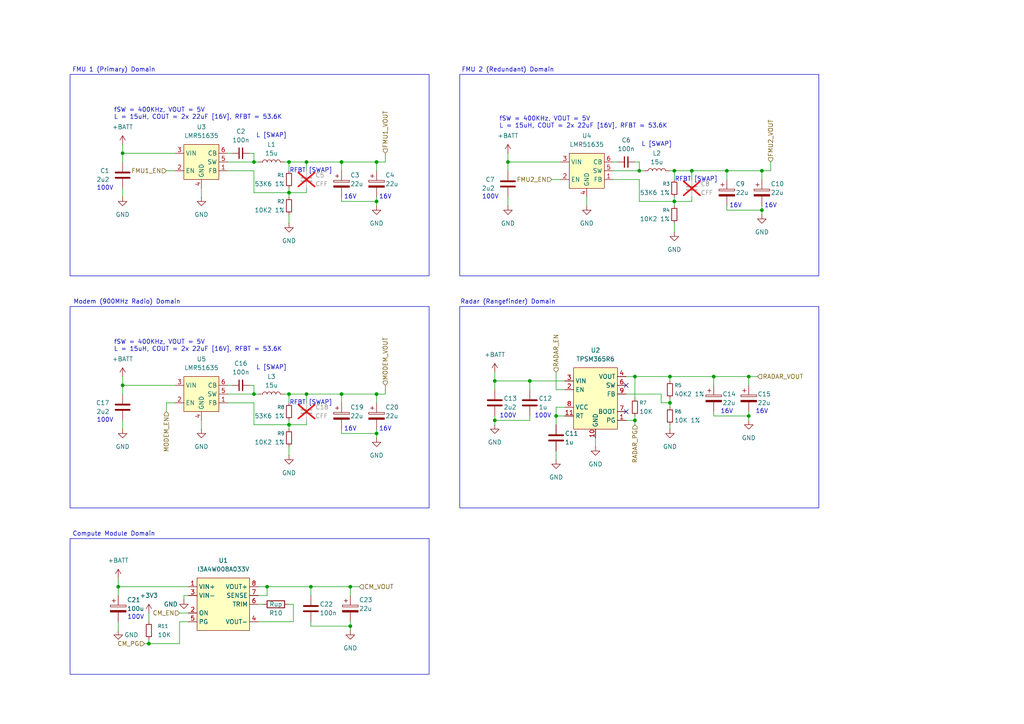
<source format=kicad_sch>
(kicad_sch (version 20250114) (generator "eeschema") (generator_version "9.0")
  (paper "A4")
  (lib_symbols
    (symbol "Device:C" (pin_numbers (hide yes)) (pin_names (offset 0.254))
      (property "Reference" "C" (at 0.635 2.54 0))
      (property "Value" "C" (at 0.635 -2.54 0))
      (symbol "C_0_1"
        (polyline (pts (xy -2.032 0.762) (xy 2.032 0.762)) (stroke (width 0.508)))
        (polyline (pts (xy -2.032 -0.762) (xy 2.032 -0.762)) (stroke (width 0.508)))
      )
      (symbol "C_1_1"
        (pin passive line (at 0 3.81 270) (length 2.794) (name "~") (number "1"))
        (pin passive line (at 0 -3.81 90) (length 2.794) (name "~") (number "2"))
      )
    )
    (symbol "Device:C_Polarized" (pin_numbers (hide yes)) (pin_names (offset 0.254))
      (property "Reference" "C" (at 0.635 2.54 0))
      (property "Value" "C_Polarized" (at 0.635 -2.54 0))
      (symbol "C_Polarized_0_1"
        (rectangle (start -2.286 0.508) (end 2.286 1.016))
        (polyline (pts (xy -1.778 2.286) (xy -0.762 2.286)))
        (polyline (pts (xy -1.27 2.794) (xy -1.27 1.778)))
        (rectangle (start 2.286 -0.508) (end -2.286 -1.016) (fill (type outline)))
      )
      (symbol "C_Polarized_1_1"
        (pin passive line (at 0 3.81 270) (length 2.794) (name "~") (number "1"))
        (pin passive line (at 0 -3.81 90) (length 2.794) (name "~") (number "2"))
      )
    )
    (symbol "Device:C_Small" (pin_numbers (hide yes)) (pin_names (offset 0.254) (hide yes))
      (property "Reference" "C" (at 0.254 1.778 0))
      (property "Value" "C_Small" (at 0.254 -2.032 0))
      (symbol "C_Small_0_1"
        (polyline (pts (xy -1.524 0.508) (xy 1.524 0.508)) (stroke (width 0.3048)))
        (polyline (pts (xy -1.524 -0.508) (xy 1.524 -0.508)) (stroke (width 0.3302)))
      )
      (symbol "C_Small_1_1"
        (pin passive line (at 0 2.54 270) (length 2.032) (name "~") (number "1"))
        (pin passive line (at 0 -2.54 90) (length 2.032) (name "~") (number "2"))
      )
    )
    (symbol "Device:L" (pin_numbers (hide yes)) (pin_names (offset 1.016) (hide yes))
      (property "Reference" "L" (at -1.27 0 90))
      (property "Value" "L" (at 1.905 0 90))
      (symbol "L_0_1"
        (arc (start 0 2.54) (mid 0.6323 1.905) (end 0 1.27))
        (arc (start 0 1.27) (mid 0.6323 0.635) (end 0 0))
        (arc (start 0 0) (mid 0.6323 -0.635) (end 0 -1.27))
        (arc (start 0 -1.27) (mid 0.6323 -1.905) (end 0 -2.54))
      )
      (symbol "L_1_1"
        (pin passive line (at 0 3.81 270) (length 1.27) (name "1") (number "1"))
        (pin passive line (at 0 -3.81 90) (length 1.27) (name "2") (number "2"))
      )
    )
    (symbol "Device:R" (pin_numbers (hide yes)) (pin_names (offset 0))
      (property "Reference" "R" (at 2.032 0 90))
      (property "Value" "R" (at 0 0 90))
      (symbol "R_0_1"
        (rectangle (start -1.016 -2.54) (end 1.016 2.54) (stroke (width 0.254)))
      )
      (symbol "R_1_1"
        (pin passive line (at 0 3.81 270) (length 1.27) (name "~") (number "1"))
        (pin passive line (at 0 -3.81 90) (length 1.27) (name "~") (number "2"))
      )
    )
    (symbol "Device:R_Small" (pin_numbers (hide yes)) (pin_names (offset 0.254) (hide yes))
      (property "Reference" "R" (at 0 0 90))
      (property "Value" "R_Small" (at 1.778 0 90))
      (symbol "R_Small_0_1"
        (rectangle (start -0.762 1.778) (end 0.762 -1.778) (stroke (width 0.2032)))
      )
      (symbol "R_Small_1_1"
        (pin passive line (at 0 2.54 270) (length 0.762) (name "~") (number "1"))
        (pin passive line (at 0 -2.54 90) (length 0.762) (name "~") (number "2"))
      )
    )
    (symbol "Regulator_Switching_Extra:I3A4W008A033V"
      (property "Reference" "U" (at 0 10.414 0))
      (property "Value" "I3A4W008A033V" (at 0 8.636 0))
      (symbol "I3A4W008A033V_1_1"
        (rectangle (start -7.62 7.62) (end 7.62 -7.62) (fill (type background)))
        (pin power_in line (at -10.16 5.08 0) (length 2.54) (name "VIN+") (number "1"))
        (pin power_in line (at -10.16 2.54 0) (length 2.54) (name "VIN-") (number "3"))
        (pin input line (at -10.16 -2.54 0) (length 2.54) (name "ON") (number "2"))
        (pin output line (at -10.16 -5.08 0) (length 2.54) (name "PG") (number "5"))
        (pin power_out line (at 10.16 5.08 180) (length 2.54) (name "VOUT+") (number "8"))
        (pin input line (at 10.16 2.54 180) (length 2.54) (name "SENSE") (number "7"))
        (pin input line (at 10.16 0 180) (length 2.54) (name "TRIM") (number "6"))
        (pin power_out line (at 10.16 -5.08 180) (length 2.54) (name "VOUT-") (number "4"))
      )
    )
    (symbol "Regulator_Switching_Extra:LMR51635"
      (property "Reference" "U" (at 0 7.874 0))
      (property "Value" "LMR51635" (at 0 6.096 0))
      (symbol "LMR51635_1_1"
        (rectangle (start -5.08 5.08) (end 5.08 -5.08) (fill (type background)))
        (pin power_in line (at -7.62 2.54 0) (length 2.54) (name "VIN") (number "3"))
        (pin input line (at -7.62 -2.54 0) (length 2.54) (name "EN") (number "2"))
        (pin power_in line (at 0 -7.62 90) (length 2.54) (name "GND") (number "4"))
        (pin input line (at 7.62 2.54 180) (length 2.54) (name "CB") (number "6"))
        (pin power_out line (at 7.62 0 180) (length 2.54) (name "SW") (number "5"))
        (pin input line (at 7.62 -2.54 180) (length 2.54) (name "FB") (number "1"))
      )
    )
    (symbol "Regulator_Switching_Extra:TPSM365R6"
      (property "Reference" "U" (at -12.7 10.922 0))
      (property "Value" "TPSM365R6" (at 0 0 0))
      (symbol "TPSM365R6_1_1"
        (rectangle (start -6.35 8.89) (end 6.35 -8.89) (fill (type background)))
        (pin power_in line (at -8.89 5.08 0) (length 2.54) (name "VIN") (number "3"))
        (pin input line (at -8.89 2.54 0) (length 2.54) (name "EN") (number "2"))
        (pin power_in line (at -8.89 -2.54 0) (length 2.54) (name "VCC") (number "8"))
        (pin input line (at -8.89 -5.08 0) (length 2.54) (name "RT") (number "11"))
        (pin power_in line (at 0 -11.43 90) (length 2.54) (name "GND") (number "10"))
        (pin power_out line (at 8.89 6.35 180) (length 2.54) (name "VOUT") (number "4"))
        (pin passive line (at 8.89 3.81 180) (length 2.54) (hide yes) (name "SW") (number "5"))
        (pin passive line (at 8.89 3.81 180) (length 2.54) (name "SW") (number "6"))
        (pin input line (at 8.89 1.27 180) (length 2.54) (name "FB") (number "9"))
        (pin passive line (at 8.89 -3.81 180) (length 2.54) (name "BOOT") (number "7"))
        (pin output line (at 8.89 -6.35 180) (length 2.54) (name "PG") (number "1"))
      )
    )
    (symbol "power:+3V3" (power) (pin_numbers (hide yes)) (pin_names (offset 0) (hide yes))
      (property "Value" "+3V3" (at 0 3.556 0))
      (symbol "+3V3_0_1"
        (polyline (pts (xy -0.762 1.27) (xy 0 2.54)))
        (polyline (pts (xy 0 2.54) (xy 0.762 1.27)))
        (polyline (pts (xy 0 0) (xy 0 2.54)))
      )
      (symbol "+3V3_1_1"
        (pin power_in line (at 0 0 90) (length 0) (name "~") (number "1"))
      )
    )
    (symbol "power:+BATT" (power) (pin_numbers (hide yes)) (pin_names (offset 0) (hide yes))
      (property "Value" "+BATT" (at 0 3.556 0))
      (symbol "+BATT_0_1"
        (polyline (pts (xy -0.762 1.27) (xy 0 2.54)))
        (polyline (pts (xy 0 2.54) (xy 0.762 1.27)))
        (polyline (pts (xy 0 0) (xy 0 2.54)))
      )
      (symbol "+BATT_1_1"
        (pin power_in line (at 0 0 90) (length 0) (name "~") (number "1"))
      )
    )
    (symbol "power:GND" (power) (pin_numbers (hide yes)) (pin_names (offset 0) (hide yes))
      (property "Value" "GND" (at 0 -3.81 0))
      (symbol "GND_0_1"
        (polyline (pts (xy 0 0) (xy 0 -1.27) (xy 1.27 -1.27) (xy 0 -2.54) (xy -1.27 -1.27) (xy 0 -1.27)))
      )
      (symbol "GND_1_1"
        (pin power_in line (at 0 0 270) (length 0) (name "~") (number "1"))
      )
    )
  )
  (rectangle (start 20.32 21.59) (end 124.46 80.01))
  (rectangle (start 20.32 156.21) (end 124.46 195.58))
  (rectangle (start 20.32 88.9) (end 124.46 147.32))
  (rectangle (start 133.35 21.59) (end 237.49 80.01))
  (rectangle (start 133.35 88.9) (end 237.49 147.32))
  (text "16V" (at 101.6 57.15 0) (effects (font (size 1.27 1.27))))
  (text "100V" (at 157.48 120.65 0) (effects (font (size 1.27 1.27))))
  (text "FMU 1 (Primary) Domain" (at 33.02 20.32 0) (effects (font (size 1.27 1.27))))
  (text "16V" (at 220.98 119.38 0) (effects (font (size 1.27 1.27))))
  (text "100V" (at 142.24 57.15 0) (effects (font (size 1.27 1.27))))
  (text "100V" (at 147.32 120.65 0) (effects (font (size 1.27 1.27))))
  (text "L [SWAP]" (at 78.74 39.37 0) (effects (font (size 1.27 1.27))))
  (text "RFBT [SWAP]" (at 90.17 49.53 0) (effects (font (size 1.27 1.27))))
  (text "fSW = 400KHz, VOUT = 5V\nL = 15uH, COUT = 2x 22uF [16V], RFBT = 53.6K" (at 33.02 33.02 0) (effects (font (size 1.27 1.27)) (justify left)))
  (text "fSW = 400KHz, VOUT = 5V\nL = 15uH, COUT = 2x 22uF [16V], RFBT = 53.6K" (at 33.02 100.33 0) (effects (font (size 1.27 1.27)) (justify left)))
  (text "100V" (at 30.48 121.92 0) (effects (font (size 1.27 1.27))))
  (text "fSW = 400KHz, VOUT = 5V\nL = 15uH, COUT = 2x 22uF [16V], RFBT = 53.6K" (at 144.78 35.56 0) (effects (font (size 1.27 1.27)) (justify left)))
  (text "L [SWAP]" (at 78.74 106.68 0) (effects (font (size 1.27 1.27))))
  (text "Modem (900MHz Radio) Domain\n" (at 36.83 87.63 0) (effects (font (size 1.27 1.27))))
  (text "16V" (at 101.6 124.46 0) (effects (font (size 1.27 1.27))))
  (text "L [SWAP]" (at 190.5 41.91 0) (effects (font (size 1.27 1.27))))
  (text "16V" (at 111.76 124.46 0) (effects (font (size 1.27 1.27))))
  (text "RFBT [SWAP]" (at 90.17 116.84 0) (effects (font (size 1.27 1.27))))
  (text "FMU 2 (Redundant) Domain" (at 147.32 20.32 0) (effects (font (size 1.27 1.27))))
  (text "Radar (Rangefinder) Domain" (at 147.32 87.63 0) (effects (font (size 1.27 1.27))))
  (text "RFBT [SWAP]" (at 201.93 52.07 0) (effects (font (size 1.27 1.27))))
  (text "16V" (at 111.76 57.15 0) (effects (font (size 1.27 1.27))))
  (text "16V" (at 210.82 119.38 0) (effects (font (size 1.27 1.27))))
  (text "100V" (at 39.37 179.07 0) (effects (font (size 1.27 1.27))))
  (text "16V" (at 223.52 59.69 0) (effects (font (size 1.27 1.27))))
  (text "100V" (at 30.48 54.61 0) (effects (font (size 1.27 1.27))))
  (text "Compute Module Domain" (at 33.02 154.94 0) (effects (font (size 1.27 1.27))))
  (text "16V" (at 213.36 59.69 0) (effects (font (size 1.27 1.27))))
  (junction (at 90.17 170.18))
  (junction (at 220.98 60.96))
  (junction (at 83.82 114.3))
  (junction (at 109.22 58.42))
  (junction (at 143.51 121.92))
  (junction (at 185.42 49.53))
  (junction (at 99.06 114.3))
  (junction (at 109.22 125.73))
  (junction (at 43.18 186.69))
  (junction (at 101.6 181.61))
  (junction (at 83.82 46.99))
  (junction (at 109.22 114.3))
  (junction (at 88.9 114.3))
  (junction (at 34.29 170.18))
  (junction (at 207.01 109.22))
  (junction (at 88.9 46.99))
  (junction (at 194.31 109.22))
  (junction (at 210.82 49.53))
  (junction (at 184.15 121.92))
  (junction (at 194.31 116.84))
  (junction (at 195.58 49.53))
  (junction (at 35.56 111.76))
  (junction (at 73.66 114.3))
  (junction (at 109.22 46.99))
  (junction (at 195.58 58.42))
  (junction (at 73.66 46.99))
  (junction (at 200.66 49.53))
  (junction (at 217.17 120.65))
  (junction (at 220.98 49.53))
  (junction (at 143.51 110.49))
  (junction (at 77.47 170.18))
  (junction (at 35.56 44.45))
  (junction (at 153.67 110.49))
  (junction (at 83.82 123.19))
  (junction (at 161.29 120.65))
  (junction (at 99.06 46.99))
  (junction (at 147.32 46.99))
  (junction (at 101.6 170.18))
  (junction (at 184.15 109.22))
  (junction (at 83.82 55.88))
  (junction (at 217.17 109.22))
  (no_connect (at 181.61 111.76))
  (no_connect (at 181.61 119.38))
  (wire (pts (xy 200.66 58.42) (xy 195.58 58.42)))
  (wire (pts (xy 73.66 114.3) (xy 74.93 114.3)))
  (wire (pts (xy 185.42 58.42) (xy 185.42 52.07)))
  (wire (pts (xy 99.06 125.73) (xy 109.22 125.73)))
  (wire (pts (xy 163.83 118.11) (xy 161.29 118.11)))
  (wire (pts (xy 195.58 58.42) (xy 185.42 58.42)))
  (wire (pts (xy 184.15 109.22) (xy 194.31 109.22)))
  (wire (pts (xy 43.18 177.8) (xy 43.18 180.34)))
  (wire (pts (xy 161.29 113.03) (xy 163.83 113.03)))
  (wire (pts (xy 153.67 121.92) (xy 153.67 120.65)))
  (wire (pts (xy 223.52 49.53) (xy 220.98 49.53)))
  (wire (pts (xy 73.66 116.84) (xy 66.04 116.84)))
  (wire (pts (xy 195.58 49.53) (xy 200.66 49.53)))
  (wire (pts (xy 223.52 46.99) (xy 223.52 49.53)))
  (wire (pts (xy 101.6 170.18) (xy 90.17 170.18)))
  (wire (pts (xy 184.15 46.99) (xy 185.42 46.99)))
  (wire (pts (xy 72.39 44.45) (xy 73.66 44.45)))
  (wire (pts (xy 217.17 109.22) (xy 219.71 109.22)))
  (wire (pts (xy 200.66 49.53) (xy 210.82 49.53)))
  (wire (pts (xy 90.17 170.18) (xy 77.47 170.18)))
  (wire (pts (xy 83.82 62.23) (xy 83.82 64.77)))
  (wire (pts (xy 147.32 46.99) (xy 147.32 49.53)))
  (wire (pts (xy 143.51 121.92) (xy 153.67 121.92)))
  (wire (pts (xy 88.9 46.99) (xy 99.06 46.99)))
  (wire (pts (xy 73.66 111.76) (xy 73.66 114.3)))
  (wire (pts (xy 185.42 49.53) (xy 186.69 49.53)))
  (wire (pts (xy 181.61 114.3) (xy 191.77 114.3)))
  (wire (pts (xy 52.07 186.69) (xy 43.18 186.69)))
  (wire (pts (xy 194.31 49.53) (xy 195.58 49.53)))
  (wire (pts (xy 35.56 54.61) (xy 35.56 57.15)))
  (wire (pts (xy 220.98 60.96) (xy 220.98 59.69)))
  (wire (pts (xy 143.51 121.92) (xy 143.51 123.19)))
  (wire (pts (xy 161.29 118.11) (xy 161.29 120.65)))
  (wire (pts (xy 111.76 111.76) (xy 111.76 114.3)))
  (wire (pts (xy 101.6 170.18) (xy 101.6 172.72)))
  (wire (pts (xy 77.47 172.72) (xy 77.47 170.18)))
  (wire (pts (xy 143.51 107.95) (xy 143.51 110.49)))
  (wire (pts (xy 35.56 41.91) (xy 35.56 44.45)))
  (wire (pts (xy 83.82 175.26) (xy 85.09 175.26)))
  (wire (pts (xy 82.55 46.99) (xy 83.82 46.99)))
  (wire (pts (xy 34.29 170.18) (xy 34.29 172.72)))
  (wire (pts (xy 34.29 180.34) (xy 34.29 182.88)))
  (wire (pts (xy 77.47 170.18) (xy 74.93 170.18)))
  (wire (pts (xy 83.82 46.99) (xy 88.9 46.99)))
  (wire (pts (xy 88.9 123.19) (xy 83.82 123.19)))
  (wire (pts (xy 195.58 57.15) (xy 195.58 58.42)))
  (wire (pts (xy 207.01 120.65) (xy 207.01 119.38)))
  (wire (pts (xy 163.83 120.65) (xy 161.29 120.65)))
  (wire (pts (xy 191.77 116.84) (xy 194.31 116.84)))
  (wire (pts (xy 109.22 58.42) (xy 109.22 57.15)))
  (wire (pts (xy 147.32 44.45) (xy 147.32 46.99)))
  (wire (pts (xy 160.02 52.07) (xy 162.56 52.07)))
  (wire (pts (xy 111.76 44.45) (xy 111.76 46.99)))
  (wire (pts (xy 85.09 175.26) (xy 85.09 180.34)))
  (wire (pts (xy 210.82 59.69) (xy 210.82 60.96)))
  (wire (pts (xy 48.26 49.53) (xy 50.8 49.53)))
  (wire (pts (xy 53.34 172.72) (xy 53.34 173.99)))
  (wire (pts (xy 99.06 58.42) (xy 109.22 58.42)))
  (wire (pts (xy 217.17 109.22) (xy 217.17 111.76)))
  (wire (pts (xy 67.31 44.45) (xy 66.04 44.45)))
  (wire (pts (xy 73.66 46.99) (xy 66.04 46.99)))
  (wire (pts (xy 153.67 110.49) (xy 163.83 110.49)))
  (wire (pts (xy 73.66 123.19) (xy 73.66 116.84)))
  (wire (pts (xy 184.15 120.65) (xy 184.15 121.92)))
  (wire (pts (xy 74.93 180.34) (xy 85.09 180.34)))
  (wire (pts (xy 184.15 109.22) (xy 184.15 115.57)))
  (wire (pts (xy 90.17 181.61) (xy 90.17 180.34)))
  (wire (pts (xy 74.93 175.26) (xy 76.2 175.26)))
  (wire (pts (xy 35.56 109.22) (xy 35.56 111.76)))
  (wire (pts (xy 109.22 46.99) (xy 109.22 49.53)))
  (wire (pts (xy 99.06 124.46) (xy 99.06 125.73)))
  (wire (pts (xy 194.31 116.84) (xy 194.31 118.11)))
  (wire (pts (xy 210.82 49.53) (xy 220.98 49.53)))
  (wire (pts (xy 72.39 111.76) (xy 73.66 111.76)))
  (wire (pts (xy 101.6 181.61) (xy 101.6 182.88)))
  (wire (pts (xy 109.22 125.73) (xy 109.22 127)))
  (wire (pts (xy 41.91 186.69) (xy 43.18 186.69)))
  (wire (pts (xy 73.66 55.88) (xy 73.66 49.53)))
  (wire (pts (xy 210.82 60.96) (xy 220.98 60.96)))
  (wire (pts (xy 83.82 123.19) (xy 83.82 124.46)))
  (wire (pts (xy 217.17 119.38) (xy 217.17 120.65)))
  (wire (pts (xy 161.29 130.81) (xy 161.29 133.35)))
  (wire (pts (xy 88.9 114.3) (xy 88.9 116.84)))
  (wire (pts (xy 67.31 111.76) (xy 66.04 111.76)))
  (wire (pts (xy 88.9 54.61) (xy 88.9 55.88)))
  (wire (pts (xy 147.32 46.99) (xy 162.56 46.99)))
  (wire (pts (xy 48.26 116.84) (xy 48.26 119.38)))
  (wire (pts (xy 99.06 114.3) (xy 99.06 116.84)))
  (wire (pts (xy 172.72 127) (xy 172.72 129.54)))
  (wire (pts (xy 88.9 114.3) (xy 99.06 114.3)))
  (wire (pts (xy 83.82 129.54) (xy 83.82 132.08)))
  (wire (pts (xy 83.82 114.3) (xy 83.82 116.84)))
  (wire (pts (xy 194.31 115.57) (xy 194.31 116.84)))
  (wire (pts (xy 147.32 57.15) (xy 147.32 59.69)))
  (wire (pts (xy 83.82 46.99) (xy 83.82 49.53)))
  (wire (pts (xy 191.77 114.3) (xy 191.77 116.84)))
  (wire (pts (xy 35.56 121.92) (xy 35.56 124.46)))
  (wire (pts (xy 195.58 64.77) (xy 195.58 67.31)))
  (wire (pts (xy 88.9 55.88) (xy 83.82 55.88)))
  (wire (pts (xy 220.98 49.53) (xy 220.98 52.07)))
  (wire (pts (xy 109.22 125.73) (xy 109.22 124.46)))
  (wire (pts (xy 143.51 110.49) (xy 153.67 110.49)))
  (wire (pts (xy 74.93 172.72) (xy 77.47 172.72)))
  (wire (pts (xy 35.56 111.76) (xy 50.8 111.76)))
  (wire (pts (xy 220.98 60.96) (xy 220.98 62.23)))
  (wire (pts (xy 161.29 120.65) (xy 161.29 123.19)))
  (wire (pts (xy 83.82 114.3) (xy 88.9 114.3)))
  (wire (pts (xy 34.29 170.18) (xy 54.61 170.18)))
  (wire (pts (xy 83.82 123.19) (xy 73.66 123.19)))
  (wire (pts (xy 82.55 114.3) (xy 83.82 114.3)))
  (wire (pts (xy 54.61 172.72) (xy 53.34 172.72)))
  (wire (pts (xy 104.14 170.18) (xy 101.6 170.18)))
  (wire (pts (xy 43.18 186.69) (xy 43.18 185.42)))
  (wire (pts (xy 101.6 181.61) (xy 90.17 181.61)))
  (wire (pts (xy 161.29 107.95) (xy 161.29 113.03)))
  (wire (pts (xy 181.61 109.22) (xy 184.15 109.22)))
  (wire (pts (xy 194.31 109.22) (xy 194.31 110.49)))
  (wire (pts (xy 35.56 44.45) (xy 50.8 44.45)))
  (wire (pts (xy 88.9 46.99) (xy 88.9 49.53)))
  (wire (pts (xy 52.07 177.8) (xy 54.61 177.8)))
  (wire (pts (xy 184.15 121.92) (xy 181.61 121.92)))
  (wire (pts (xy 210.82 49.53) (xy 210.82 52.07)))
  (wire (pts (xy 179.07 46.99) (xy 177.8 46.99)))
  (wire (pts (xy 143.51 120.65) (xy 143.51 121.92)))
  (wire (pts (xy 90.17 170.18) (xy 90.17 172.72)))
  (wire (pts (xy 58.42 54.61) (xy 58.42 57.15)))
  (wire (pts (xy 35.56 44.45) (xy 35.56 46.99)))
  (wire (pts (xy 185.42 49.53) (xy 177.8 49.53)))
  (wire (pts (xy 83.82 54.61) (xy 83.82 55.88)))
  (wire (pts (xy 207.01 109.22) (xy 207.01 111.76)))
  (wire (pts (xy 109.22 58.42) (xy 109.22 59.69)))
  (wire (pts (xy 111.76 114.3) (xy 109.22 114.3)))
  (wire (pts (xy 73.66 49.53) (xy 66.04 49.53)))
  (wire (pts (xy 99.06 114.3) (xy 109.22 114.3)))
  (wire (pts (xy 83.82 55.88) (xy 83.82 57.15)))
  (wire (pts (xy 153.67 110.49) (xy 153.67 113.03)))
  (wire (pts (xy 195.58 49.53) (xy 195.58 52.07)))
  (wire (pts (xy 34.29 167.64) (xy 34.29 170.18)))
  (wire (pts (xy 83.82 55.88) (xy 73.66 55.88)))
  (wire (pts (xy 52.07 180.34) (xy 52.07 186.69)))
  (wire (pts (xy 99.06 46.99) (xy 109.22 46.99)))
  (wire (pts (xy 185.42 46.99) (xy 185.42 49.53)))
  (wire (pts (xy 99.06 46.99) (xy 99.06 49.53)))
  (wire (pts (xy 200.66 57.15) (xy 200.66 58.42)))
  (wire (pts (xy 194.31 109.22) (xy 207.01 109.22)))
  (wire (pts (xy 73.66 46.99) (xy 74.93 46.99)))
  (wire (pts (xy 88.9 121.92) (xy 88.9 123.19)))
  (wire (pts (xy 194.31 123.19) (xy 194.31 124.46)))
  (wire (pts (xy 73.66 114.3) (xy 66.04 114.3)))
  (wire (pts (xy 195.58 58.42) (xy 195.58 59.69)))
  (wire (pts (xy 170.18 57.15) (xy 170.18 59.69)))
  (wire (pts (xy 217.17 120.65) (xy 207.01 120.65)))
  (wire (pts (xy 35.56 111.76) (xy 35.56 114.3)))
  (wire (pts (xy 207.01 109.22) (xy 217.17 109.22)))
  (wire (pts (xy 143.51 113.03) (xy 143.51 110.49)))
  (wire (pts (xy 111.76 46.99) (xy 109.22 46.99)))
  (wire (pts (xy 73.66 44.45) (xy 73.66 46.99)))
  (wire (pts (xy 101.6 180.34) (xy 101.6 181.61)))
  (wire (pts (xy 54.61 180.34) (xy 52.07 180.34)))
  (wire (pts (xy 109.22 114.3) (xy 109.22 116.84)))
  (wire (pts (xy 99.06 57.15) (xy 99.06 58.42)))
  (wire (pts (xy 184.15 121.92) (xy 184.15 123.19)))
  (wire (pts (xy 48.26 116.84) (xy 50.8 116.84)))
  (wire (pts (xy 58.42 121.92) (xy 58.42 124.46)))
  (wire (pts (xy 83.82 121.92) (xy 83.82 123.19)))
  (wire (pts (xy 200.66 49.53) (xy 200.66 52.07)))
  (wire (pts (xy 217.17 120.65) (xy 217.17 121.92)))
  (wire (pts (xy 185.42 52.07) (xy 177.8 52.07)))
  (hierarchical_label "FMU2_EN" (shape input) (at 160.02 52.07 180))
  (hierarchical_label "FMU1_VOUT" (shape input) (at 111.76 44.45 90))
  (hierarchical_label "RADAR_EN" (shape input) (at 161.29 107.95 90))
  (hierarchical_label "CM_PG" (shape input) (at 41.91 186.69 180))
  (hierarchical_label "MODEM_EN" (shape input) (at 48.26 119.38 270))
  (hierarchical_label "CM_VOUT" (shape input) (at 104.14 170.18 0))
  (hierarchical_label "RADAR_PG" (shape input) (at 184.15 123.19 270))
  (hierarchical_label "FMU2_VOUT" (shape input) (at 223.52 46.99 90))
  (hierarchical_label "CM_EN" (shape input) (at 52.07 177.8 180))
  (hierarchical_label "RADAR_VOUT" (shape input) (at 219.71 109.22 0))
  (hierarchical_label "FMU1_EN" (shape input) (at 48.26 49.53 180))
  (hierarchical_label "MODEM_VOUT" (shape input) (at 111.76 111.76 90))
  (symbol (lib_id "power:GND") (at 83.82 132.08 0) (unit 1)
    (property "Reference" "#PWR021" (effects (hide yes)))
    (property "Value" "GND" (at 83.82 137.16 0))
    (property "Description" "Power symbol creates a global label with name \"GND\" , ground" (effects (hide yes)))
  )
  (symbol (lib_id "power:+BATT") (at 34.29 167.64 0) (unit 1)
    (property "Reference" "#PWR024" (effects (hide yes)))
    (property "Value" "+BATT" (at 34.29 162.56 0))
    (property "Description" "Power symbol creates a global label with name \"+BATT\"" (effects (hide yes)))
  )
  (symbol (lib_id "power:GND") (at 217.17 121.92 0) (unit 1)
    (property "Reference" "#PWR016" (effects (hide yes)))
    (property "Value" "GND" (at 217.17 127 0))
    (property "Description" "Power symbol creates a global label with name \"GND\" , ground" (effects (hide yes)))
  )
  (symbol (lib_id "power:GND") (at 35.56 57.15 0) (unit 1)
    (property "Reference" "#PWR02" (effects (hide yes)))
    (property "Value" "GND" (at 35.56 62.23 0))
    (property "Description" "Power symbol creates a global label with name \"GND\" , ground" (effects (hide yes)))
  )
  (symbol (lib_id "Device:C") (at 147.32 53.34 0) (unit 1)
    (property "Reference" "C7" (at 143.51 52.0699 0) (effects (justify right)))
    (property "Value" "2u2" (at 143.51 54.6099 0) (effects (justify right)))
    (property "Description" "Unpolarized capacitor" (effects (hide yes)))
  )
  (symbol (lib_id "Device:C_Polarized") (at 99.06 53.34 0) (unit 1)
    (property "Reference" "C3" (at 101.6 50.8 0) (effects (justify left)))
    (property "Value" "22u" (at 101.6 53.34 0) (effects (justify left)))
    (property "Description" "Polarized capacitor" (effects (hide yes)))
  )
  (symbol (lib_id "power:GND") (at 195.58 67.31 0) (unit 1)
    (property "Reference" "#PWR010" (effects (hide yes)))
    (property "Value" "GND" (at 195.58 72.39 0))
    (property "Description" "Power symbol creates a global label with name \"GND\" , ground" (effects (hide yes)))
  )
  (symbol (lib_id "power:GND") (at 194.31 124.46 0) (unit 1)
    (property "Reference" "#PWR015" (effects (hide yes)))
    (property "Value" "GND" (at 194.31 129.54 0))
    (property "Description" "Power symbol creates a global label with name \"GND\" , ground" (effects (hide yes)))
  )
  (symbol (lib_id "power:GND") (at 83.82 64.77 0) (unit 1)
    (property "Reference" "#PWR04" (effects (hide yes)))
    (property "Value" "GND" (at 83.82 69.85 0))
    (property "Description" "Power symbol creates a global label with name \"GND\" , ground" (effects (hide yes)))
  )
  (symbol (lib_id "Device:C") (at 35.56 50.8 0) (unit 1)
    (property "Reference" "C1" (at 31.75 49.5299 0) (effects (justify right)))
    (property "Value" "2u2" (at 31.75 52.0699 0) (effects (justify right)))
    (property "Description" "Unpolarized capacitor" (effects (hide yes)))
  )
  (symbol (lib_id "Device:C_Small") (at 69.85 111.76 90) (unit 1)
    (property "Reference" "C16" (at 69.8563 105.41 90))
    (property "Value" "100n" (at 69.8563 107.95 90))
    (property "Description" "Unpolarized capacitor, small symbol" (effects (hide yes)))
  )
  (symbol (lib_id "Device:R_Small") (at 195.58 62.23 0) (mirror y) (unit 1)
    (property "Reference" "R4" (at 194.31 60.96 0) (effects (font (size 1.016 1.016)) (justify left)))
    (property "Value" "10K2 1%" (at 194.31 63.5 0) (effects (justify left)))
    (property "Description" "Resistor, small symbol" (effects (hide yes)))
  )
  (symbol (lib_id "power:GND") (at 220.98 62.23 0) (unit 1)
    (property "Reference" "#PWR09" (effects (hide yes)))
    (property "Value" "GND" (at 220.98 67.31 0))
    (property "Description" "Power symbol creates a global label with name \"GND\" , ground" (effects (hide yes)))
  )
  (symbol (lib_id "Device:C_Polarized") (at 220.98 55.88 0) (unit 1)
    (property "Reference" "C10" (at 223.52 53.34 0) (effects (justify left)))
    (property "Value" "22u" (at 223.52 55.88 0) (effects (justify left)))
    (property "Description" "Polarized capacitor" (effects (hide yes)))
  )
  (symbol (lib_id "Regulator_Switching_Extra:LMR51635") (at 170.18 49.53 0) (unit 1)
    (property "Reference" "U4" (at 170.18 39.37 0))
    (property "Value" "LMR51635" (at 170.18 41.91 0))
    (property "Footprint" "Package_TO_SOT_SMD:SOT-23-6" (effects (hide yes)))
    (property "Datasheet" "https://www.ti.com/lit/ds/symlink/lmr51635.pdf" (effects (hide yes)))
    (property "Description" "SIMPLE SWITCHER® synchronous buck converter with 4.3V-to-60V, 3.5A and low quiescent current" (effects (hide yes)))
  )
  (symbol (lib_id "Device:R_Small") (at 83.82 52.07 0) (mirror y) (unit 1)
    (property "Reference" "R1" (at 82.55 50.8 0) (effects (font (size 1.016 1.016)) (justify left)))
    (property "Value" "53K6 1%" (at 82.55 53.34 0) (effects (justify left)))
    (property "Description" "Resistor, small symbol" (effects (hide yes)))
  )
  (symbol (lib_id "Device:C_Small") (at 200.66 54.61 0) (unit 1) (in_bom no) (dnp yes)
    (property "Reference" "C8" (at 203.2 53.3462 0) (effects (justify left)))
    (property "Value" "CFF" (at 203.2 55.8862 0) (effects (justify left)))
    (property "Description" "Unpolarized capacitor, small symbol" (effects (hide yes)))
  )
  (symbol (lib_id "Device:C_Polarized") (at 101.6 176.53 0) (unit 1)
    (property "Reference" "C23" (at 104.14 173.99 0) (effects (justify left)))
    (property "Value" "22u" (at 104.14 176.53 0) (effects (justify left)))
    (property "Description" "Polarized capacitor" (effects (hide yes)))
  )
  (symbol (lib_id "Device:C_Polarized") (at 109.22 53.34 0) (unit 1)
    (property "Reference" "C4" (at 111.76 50.8 0) (effects (justify left)))
    (property "Value" "22u" (at 111.76 53.34 0) (effects (justify left)))
    (property "Description" "Polarized capacitor" (effects (hide yes)))
  )
  (symbol (lib_id "Device:R_Small") (at 83.82 59.69 0) (mirror y) (unit 1)
    (property "Reference" "R2" (at 82.55 58.42 0) (effects (font (size 1.016 1.016)) (justify left)))
    (property "Value" "10K2 1%" (at 82.55 60.96 0) (effects (justify left)))
    (property "Description" "Resistor, small symbol" (effects (hide yes)))
  )
  (symbol (lib_id "Device:C_Polarized") (at 99.06 120.65 0) (unit 1)
    (property "Reference" "C19" (at 101.6 118.11 0) (effects (justify left)))
    (property "Value" "22u" (at 101.6 120.65 0) (effects (justify left)))
    (property "Description" "Polarized capacitor" (effects (hide yes)))
  )
  (symbol (lib_id "power:GND") (at 143.51 123.19 0) (unit 1)
    (property "Reference" "#PWR013" (effects (hide yes)))
    (property "Value" "GND" (at 143.51 128.27 0))
    (property "Description" "Power symbol creates a global label with name \"GND\" , ground" (effects (hide yes)))
  )
  (symbol (lib_id "power:GND") (at 35.56 124.46 0) (unit 1)
    (property "Reference" "#PWR018" (effects (hide yes)))
    (property "Value" "GND" (at 35.56 129.54 0))
    (property "Description" "Power symbol creates a global label with name \"GND\" , ground" (effects (hide yes)))
  )
  (symbol (lib_id "Device:L") (at 78.74 114.3 90) (unit 1)
    (property "Reference" "L3" (at 78.74 109.22 90))
    (property "Value" "15u" (at 78.74 111.76 90))
    (property "Description" "Inductor" (effects (hide yes)))
  )
  (symbol (lib_id "power:GND") (at 172.72 129.54 0) (unit 1)
    (property "Reference" "#PWR011" (effects (hide yes)))
    (property "Value" "GND" (at 172.72 134.62 0))
    (property "Description" "Power symbol creates a global label with name \"GND\" , ground" (effects (hide yes)))
  )
  (symbol (lib_id "Device:R_Small") (at 184.15 118.11 0) (unit 1)
    (property "Reference" "R7" (at 185.42 116.84 0) (effects (font (size 1.016 1.016)) (justify left)))
    (property "Value" "10K" (at 185.42 119.38 0) (effects (justify left)))
    (property "Description" "Resistor, small symbol" (effects (hide yes)))
  )
  (symbol (lib_id "power:+3V3") (at 43.18 177.8 0) (unit 1)
    (property "Reference" "#PWR026" (effects (hide yes)))
    (property "Value" "+3V3" (at 43.18 172.72 0))
    (property "Description" "Power symbol creates a global label with name \"+3V3\"" (effects (hide yes)))
  )
  (symbol (lib_id "Device:C_Polarized") (at 207.01 115.57 0) (unit 1)
    (property "Reference" "C14" (at 209.55 114.3 0) (effects (justify left)))
    (property "Value" "22u" (at 209.55 116.84 0) (effects (justify left)))
    (property "Description" "Polarized capacitor" (effects (hide yes)))
  )
  (symbol (lib_id "power:+BATT") (at 147.32 44.45 0) (unit 1)
    (property "Reference" "#PWR06" (effects (hide yes)))
    (property "Value" "+BATT" (at 147.32 39.37 0))
    (property "Description" "Power symbol creates a global label with name \"+BATT\"" (effects (hide yes)))
  )
  (symbol (lib_id "power:GND") (at 147.32 59.69 0) (unit 1)
    (property "Reference" "#PWR07" (effects (hide yes)))
    (property "Value" "GND" (at 147.32 64.77 0))
    (property "Description" "Power symbol creates a global label with name \"GND\" , ground" (effects (hide yes)))
  )
  (symbol (lib_id "Device:L") (at 190.5 49.53 90) (unit 1)
    (property "Reference" "L2" (at 190.5 44.45 90))
    (property "Value" "15u" (at 190.5 46.99 90))
    (property "Description" "Inductor" (effects (hide yes)))
  )
  (symbol (lib_id "power:GND") (at 161.29 133.35 0) (unit 1)
    (property "Reference" "#PWR012" (effects (hide yes)))
    (property "Value" "GND" (at 161.29 138.43 0))
    (property "Description" "Power symbol creates a global label with name \"GND\" , ground" (effects (hide yes)))
  )
  (symbol (lib_id "Device:R_Small") (at 83.82 127 0) (mirror y) (unit 1)
    (property "Reference" "R9" (at 82.55 125.73 0) (effects (font (size 1.016 1.016)) (justify left)))
    (property "Value" "10K2 1%" (at 82.55 128.27 0) (effects (justify left)))
    (property "Description" "Resistor, small symbol" (effects (hide yes)))
  )
  (symbol (lib_id "Device:C_Small") (at 88.9 119.38 0) (unit 1) (in_bom no) (dnp yes)
    (property "Reference" "C18" (at 91.44 118.1162 0) (effects (justify left)))
    (property "Value" "CFF" (at 91.44 120.6562 0) (effects (justify left)))
    (property "Description" "Unpolarized capacitor, small symbol" (effects (hide yes)))
  )
  (symbol (lib_id "power:GND") (at 34.29 182.88 0) (unit 1)
    (property "Reference" "#PWR022" (effects (hide yes)))
    (property "Value" "GND" (at 38.1 184.15 0))
    (property "Description" "Power symbol creates a global label with name \"GND\" , ground" (effects (hide yes)))
  )
  (symbol (lib_id "Device:C") (at 35.56 118.11 0) (unit 1)
    (property "Reference" "C17" (at 31.75 116.8399 0) (effects (justify right)))
    (property "Value" "2u2" (at 31.75 119.3799 0) (effects (justify right)))
    (property "Description" "Unpolarized capacitor" (effects (hide yes)))
  )
  (symbol (lib_id "Device:C") (at 143.51 116.84 0) (unit 1)
    (property "Reference" "C13" (at 146.05 115.57 0) (effects (justify left)))
    (property "Value" "2u2" (at 146.05 118.11 0) (effects (justify left)))
    (property "Description" "Unpolarized capacitor" (effects (hide yes)))
  )
  (symbol (lib_id "power:GND") (at 170.18 59.69 0) (unit 1)
    (property "Reference" "#PWR08" (effects (hide yes)))
    (property "Value" "GND" (at 170.18 64.77 0))
    (property "Description" "Power symbol creates a global label with name \"GND\" , ground" (effects (hide yes)))
  )
  (symbol (lib_id "Regulator_Switching_Extra:TPSM365R6") (at 172.72 115.57 0) (unit 1)
    (property "Reference" "U2" (at 172.72 101.6 0))
    (property "Value" "TPSM365R6" (at 172.72 104.14 0))
    (property "Footprint" "TPSM365R6V5RDNR:CONV_TPSM365R6V5RDNR" (effects (hide yes)))
    (property "Datasheet" "https://www.ti.com/lit/ds/symlink/tpsm365r6.pdf" (effects (hide yes)))
    (property "Description" "3-V to 65-V input, 1-V to 13-V output, 0.6-A synchronous buck converter power module" (effects (hide yes)))
  )
  (symbol (lib_id "Device:C_Polarized") (at 217.17 115.57 0) (unit 1)
    (property "Reference" "C15" (at 219.71 114.3 0) (effects (justify left)))
    (property "Value" "22u" (at 219.71 116.84 0) (effects (justify left)))
    (property "Description" "Polarized capacitor" (effects (hide yes)))
  )
  (symbol (lib_id "power:+BATT") (at 35.56 109.22 0) (unit 1)
    (property "Reference" "#PWR017" (effects (hide yes)))
    (property "Value" "+BATT" (at 35.56 104.14 0))
    (property "Description" "Power symbol creates a global label with name \"+BATT\"" (effects (hide yes)))
  )
  (symbol (lib_id "Regulator_Switching_Extra:I3A4W008A033V") (at 64.77 175.26 0) (unit 1)
    (property "Reference" "U1" (at 64.77 162.56 0))
    (property "Value" "I3A4W008A033V" (at 64.77 165.1 0))
    (property "Footprint" "I3A4W008A033V-001-R:CONV_I3A4W008A033V-001-R" (effects (hide yes)))
    (property "Datasheet" "https://product.tdk.com/system/files/dam/doc/product/power/switching-power/dc-dc-converter/catalog/i3a_e.pdf" (effects (hide yes)))
    (property "Description" "Non-Isolated PoL Module DC DC Converter 1 Output 3.3 ~ 16.5V 8A 9V - 53V Input" (effects (hide yes)))
  )
  (symbol (lib_id "Device:C_Polarized") (at 109.22 120.65 0) (unit 1)
    (property "Reference" "C20" (at 111.76 118.11 0) (effects (justify left)))
    (property "Value" "22u" (at 111.76 120.65 0) (effects (justify left)))
    (property "Description" "Polarized capacitor" (effects (hide yes)))
  )
  (symbol (lib_id "Device:C_Small") (at 181.61 46.99 90) (unit 1)
    (property "Reference" "C6" (at 181.6163 40.64 90))
    (property "Value" "100n" (at 181.6163 43.18 90))
    (property "Description" "Unpolarized capacitor, small symbol" (effects (hide yes)))
  )
  (symbol (lib_id "Device:C_Polarized") (at 210.82 55.88 0) (unit 1)
    (property "Reference" "C9" (at 213.36 53.34 0) (effects (justify left)))
    (property "Value" "22u" (at 213.36 55.88 0) (effects (justify left)))
    (property "Description" "Polarized capacitor" (effects (hide yes)))
  )
  (symbol (lib_id "Device:R") (at 80.01 175.26 90) (unit 1)
    (property "Reference" "R10" (at 80.01 177.8 90))
    (property "Value" "Rup" (at 80.01 175.26 90))
    (property "Description" "Resistor" (effects (hide yes)))
  )
  (symbol (lib_id "Device:R_Small") (at 83.82 119.38 0) (mirror y) (unit 1)
    (property "Reference" "R8" (at 82.55 118.11 0) (effects (font (size 1.016 1.016)) (justify left)))
    (property "Value" "53K6 1%" (at 82.55 120.65 0) (effects (justify left)))
    (property "Description" "Resistor, small symbol" (effects (hide yes)))
  )
  (symbol (lib_id "Device:R_Small") (at 194.31 120.65 0) (unit 1)
    (property "Reference" "R6" (at 195.58 119.38 0) (effects (font (size 1.016 1.016)) (justify left)))
    (property "Value" "10K 1%" (at 195.58 121.92 0) (effects (justify left)))
    (property "Description" "Resistor, small symbol" (effects (hide yes)))
  )
  (symbol (lib_id "Device:C") (at 90.17 176.53 0) (unit 1)
    (property "Reference" "C22" (at 92.71 175.26 0) (effects (justify left)))
    (property "Value" "100n" (at 92.71 177.8 0) (effects (justify left)))
    (property "Description" "Unpolarized capacitor" (effects (hide yes)))
  )
  (symbol (lib_id "power:GND") (at 109.22 127 0) (unit 1)
    (property "Reference" "#PWR020" (effects (hide yes)))
    (property "Value" "GND" (at 109.22 132.08 0))
    (property "Description" "Power symbol creates a global label with name \"GND\" , ground" (effects (hide yes)))
  )
  (symbol (lib_id "power:+BATT") (at 143.51 107.95 0) (unit 1)
    (property "Reference" "#PWR014" (effects (hide yes)))
    (property "Value" "+BATT" (at 143.51 102.87 0))
    (property "Description" "Power symbol creates a global label with name \"+BATT\"" (effects (hide yes)))
  )
  (symbol (lib_id "Device:C_Polarized") (at 34.29 176.53 0) (unit 1)
    (property "Reference" "C21" (at 36.83 173.99 0) (effects (justify left)))
    (property "Value" "100u" (at 36.83 176.53 0) (effects (justify left)))
    (property "Description" "Polarized capacitor" (effects (hide yes)))
  )
  (symbol (lib_id "Regulator_Switching_Extra:LMR51635") (at 58.42 46.99 0) (unit 1)
    (property "Reference" "U3" (at 58.42 36.83 0))
    (property "Value" "LMR51635" (at 58.42 39.37 0))
    (property "Footprint" "Package_TO_SOT_SMD:SOT-23-6" (effects (hide yes)))
    (property "Datasheet" "https://www.ti.com/lit/ds/symlink/lmr51635.pdf" (effects (hide yes)))
    (property "Description" "SIMPLE SWITCHER® synchronous buck converter with 4.3V-to-60V, 3.5A and low quiescent current" (effects (hide yes)))
  )
  (symbol (lib_id "Device:C") (at 161.29 127 0) (unit 1)
    (property "Reference" "C11" (at 163.83 125.73 0) (effects (justify left)))
    (property "Value" "1u" (at 163.83 128.27 0) (effects (justify left)))
    (property "Description" "Unpolarized capacitor" (effects (hide yes)))
  )
  (symbol (lib_id "Device:R_Small") (at 195.58 54.61 0) (mirror y) (unit 1)
    (property "Reference" "R3" (at 194.31 53.34 0) (effects (font (size 1.016 1.016)) (justify left)))
    (property "Value" "53K6 1%" (at 194.31 55.88 0) (effects (justify left)))
    (property "Description" "Resistor, small symbol" (effects (hide yes)))
  )
  (symbol (lib_id "Device:C_Small") (at 88.9 52.07 0) (unit 1) (in_bom no) (dnp yes)
    (property "Reference" "C5" (at 91.44 50.8062 0) (effects (justify left)))
    (property "Value" "CFF" (at 91.44 53.3462 0) (effects (justify left)))
    (property "Description" "Unpolarized capacitor, small symbol" (effects (hide yes)))
  )
  (symbol (lib_id "power:GND") (at 109.22 59.69 0) (unit 1)
    (property "Reference" "#PWR05" (effects (hide yes)))
    (property "Value" "GND" (at 109.22 64.77 0))
    (property "Description" "Power symbol creates a global label with name \"GND\" , ground" (effects (hide yes)))
  )
  (symbol (lib_id "Device:C_Small") (at 69.85 44.45 90) (unit 1)
    (property "Reference" "C2" (at 69.8563 38.1 90))
    (property "Value" "100n" (at 69.8563 40.64 90))
    (property "Description" "Unpolarized capacitor, small symbol" (effects (hide yes)))
  )
  (symbol (lib_id "power:GND") (at 58.42 124.46 0) (unit 1)
    (property "Reference" "#PWR019" (effects (hide yes)))
    (property "Value" "GND" (at 58.42 129.54 0))
    (property "Description" "Power symbol creates a global label with name \"GND\" , ground" (effects (hide yes)))
  )
  (symbol (lib_id "Device:R_Small") (at 43.18 182.88 0) (unit 1)
    (property "Reference" "R11" (at 45.72 181.6099 0) (effects (font (size 1.016 1.016)) (justify left)))
    (property "Value" "10K" (at 45.72 184.1499 0) (effects (justify left)))
    (property "Description" "Resistor, small symbol" (effects (hide yes)))
  )
  (symbol (lib_id "Device:C") (at 153.67 116.84 0) (unit 1)
    (property "Reference" "C12" (at 156.21 115.57 0) (effects (justify left)))
    (property "Value" "1u" (at 156.21 118.11 0) (effects (justify left)))
    (property "Description" "Unpolarized capacitor" (effects (hide yes)))
  )
  (symbol (lib_id "Regulator_Switching_Extra:LMR51635") (at 58.42 114.3 0) (unit 1)
    (property "Reference" "U5" (at 58.42 104.14 0))
    (property "Value" "LMR51635" (at 58.42 106.68 0))
    (property "Footprint" "Package_TO_SOT_SMD:SOT-23-6" (effects (hide yes)))
    (property "Datasheet" "https://www.ti.com/lit/ds/symlink/lmr51635.pdf" (effects (hide yes)))
    (property "Description" "SIMPLE SWITCHER® synchronous buck converter with 4.3V-to-60V, 3.5A and low quiescent current" (effects (hide yes)))
  )
  (symbol (lib_id "power:+BATT") (at 35.56 41.91 0) (unit 1)
    (property "Reference" "#PWR03" (effects (hide yes)))
    (property "Value" "+BATT" (at 35.56 36.83 0))
    (property "Description" "Power symbol creates a global label with name \"+BATT\"" (effects (hide yes)))
  )
  (symbol (lib_id "power:GND") (at 53.34 173.99 0) (unit 1)
    (property "Reference" "#PWR023" (effects (hide yes)))
    (property "Value" "GND" (at 49.53 175.26 0))
    (property "Description" "Power symbol creates a global label with name \"GND\" , ground" (effects (hide yes)))
  )
  (symbol (lib_id "power:GND") (at 101.6 182.88 0) (unit 1)
    (property "Reference" "#PWR025" (effects (hide yes)))
    (property "Value" "GND" (at 101.6 187.96 0))
    (property "Description" "Power symbol creates a global label with name \"GND\" , ground" (effects (hide yes)))
  )
  (symbol (lib_id "power:GND") (at 58.42 57.15 0) (unit 1)
    (property "Reference" "#PWR01" (effects (hide yes)))
    (property "Value" "GND" (at 58.42 62.23 0))
    (property "Description" "Power symbol creates a global label with name \"GND\" , ground" (effects (hide yes)))
  )
  (symbol (lib_id "Device:R_Small") (at 194.31 113.03 0) (unit 1)
    (property "Reference" "R5" (at 195.58 111.76 0) (effects (font (size 1.016 1.016)) (justify left)))
    (property "Value" "40K2 1%" (at 195.58 114.3 0) (effects (justify left)))
    (property "Description" "Resistor, small symbol" (effects (hide yes)))
  )
  (symbol (lib_id "Device:L") (at 78.74 46.99 90) (unit 1)
    (property "Reference" "L1" (at 78.74 41.91 90))
    (property "Value" "15u" (at 78.74 44.45 90))
    (property "Description" "Inductor" (effects (hide yes)))
  )
)
</source>
